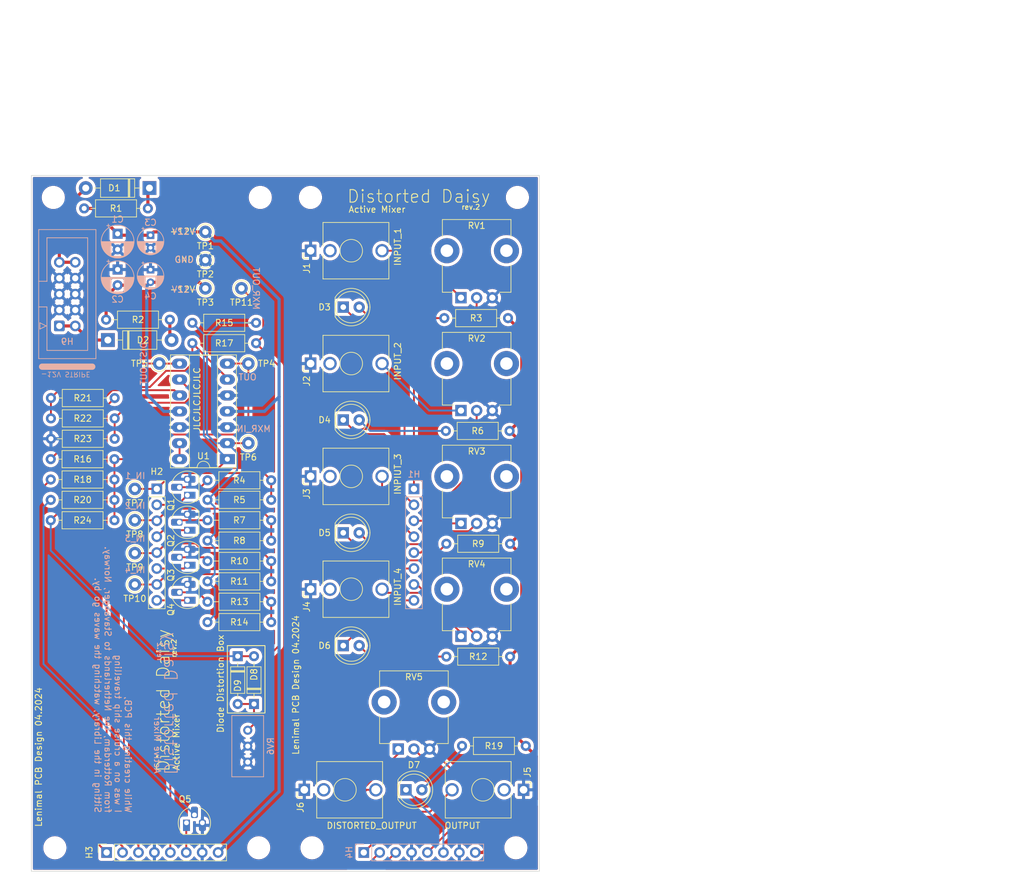
<source format=kicad_pcb>
(kicad_pcb (version 20240108) (generator "pcbnew") (generator_version "8.0")
  (layers (0 "F.Cu" signal) (31 "B.Cu" signal) (34 "B.Paste" user) (35 "F.Paste" user) (36 "B.SilkS" user "B.Silkscreen") (37 "F.SilkS" user "F.Silkscreen") (38 "B.Mask" user) (39 "F.Mask" user) (44 "Edge.Cuts" user))
  (net 0 "")
  (net 1 "+12V")
  (net 2 "GNDREF")
  (net 3 "-12V")
  (net 4 "Net-(D3-A)")
  (net 5 "Net-(D4-A)")
  (net 6 "Net-(D5-A)")
  (net 7 "Net-(D6-A)")
  (net 8 "Net-(D7-A)")
  (net 9 "Net-(J1-PadT)")
  (net 11 "Net-(J2-PadT)")
  (net 12 "Net-(J3-PadT)")
  (net 13 "Net-(J4-PadT)")
  (net 16 "Net-(D3-K)")
  (net 17 "Net-(Q1-B)")
  (net 18 "Net-(D4-K)")
  (net 19 "Net-(Q2-B)")
  (net 20 "Net-(D5-K)")
  (net 21 "Net-(Q3-B)")
  (net 22 "Net-(D6-K)")
  (net 23 "Net-(Q4-B)")
  (net 24 "Net-(D7-K)")
  (net 25 "Net-(Q5-B)")
  (net 26 "Net-(U1A--)")
  (net 27 "Net-(U1B--)")
  (net 29 "Net-(H1A-Pin_1)")
  (net 31 "Net-(H1C-Pin_3)")
  (net 32 "Net-(H1E-Pin_5)")
  (net 33 "Net-(H1G-Pin_7)")
  (net 34 "Net-(H2C-Pin_3)")
  (net 35 "Net-(H2A-Pin_3)")
  (net 36 "Net-(U1D--)")
  (net 37 "Net-(H2E-Pin_5)")
  (net 38 "Net-(H2G-Pin_7)")
  (net 39 "Net-(H4B-Pin_2)")
  (net 40 "Net-(D1-K)")
  (net 41 "Net-(D1-A)")
  (net 42 "Net-(D2-K)")
  (net 43 "Net-(D2-A)")
  (net 45 "Net-(U1C--)")
  (net 46 "Net-(R21-Pad2)")
  (net 47 "Net-(D8-A)")
  (net 48 "Net-(R16-Pad1)")
  (net 49 "Net-(H4A-Pin_3)")
  (net 50 "Net-(H4E-Pin_5)")
  (net 51 "Net-(H4C-Pin_3)")
  (net 52 "Net-(D8-K)")
  (net 53 "Net-(H3C-Pin_3)")
  (net 54 "Net-(H3F-Pin_6)")
  (net 55 "Net-(H3B-Pin_2)")
  (net 56 "Net-(H3E-Pin_5)")
  (net 57 "Net-(H3A-Pin_1)")
  (net 58 "Net-(H2D-Pin_4)")
  (net 59 "Net-(H2H-Pin_8)")
  (net 60 "Net-(H2F-Pin_6)")
  (net 61 "Net-(H2B-Pin_2)")
  (footprint "Synth:R_Default (DIN0207)" (layer "F.Cu") (at 78.113334 111.5)
    (property "Reference" "R10")
    (property "Value" "100K")
  )
  (footprint "Package_TO_SOT_THT:TO-92_HandSolder" (layer "F.Cu") (at 74.73 153.27)
    (property "Reference" "Q5")
    (property "Value" "BC547")
  )
  (footprint "Synth:R_Default (DIN0207)" (layer "F.Cu") (at 78.113334 105)
    (property "Reference" "R7")
    (property "Value" "100K")
  )
  (footprint "Synth:R_Default (DIN0207)" (layer "F.Cu") (at 78.113334 101.75)
    (property "Reference" "R5")
    (property "Value" "100K")
  )
  (footprint "Synth:LED_D5.0mm (center Aligned)" (layer "F.Cu") (at 101 125)
    (property "Reference" "D6")
    (property "Value" "RED_IN_4_20mA")
  )
  (footprint "Synth:LED_D5.0mm (center Aligned)" (layer "F.Cu") (at 111 148)
    (property "Reference" "D7")
    (property "Value" "YELLOW_OUT_20mA")
  )
  (footprint "Synth:LED_D5.0mm (center Aligned)" (layer "F.Cu") (at 101 89)
    (property "Reference" "D4")
    (property "Value" "RED_IN_2_20mA")
  )
  (footprint "Synth:Jack_3.5mm_QingPu_WQP-PJ398SM_Vertical_CircularHoles" (layer "F.Cu") (at 100 148 90)
    (property "Reference" "J6")
    (property "Value" "DIST_OUT")
  )
  (footprint "Synth:R_Default (DIN0207)" (layer "F.Cu") (at 78.113334 121.25)
    (property "Reference" "R14")
    (property "Value" "100K")
  )
  (footprint "Synth:R_Default (DIN0207)" (layer "F.Cu") (at 75.7 73.5)
    (property "Reference" "R15")
    (property "Value" "100K")
  )
  (footprint "Synth:R_Default (DIN0207)" (layer "F.Cu") (at 63.25 92 180)
    (property "Reference" "R23")
    (property "Value" "27K")
  )
  (footprint "Synth:D_DO-35_SOD27_P7.62mm_Horizontal" (layer "F.Cu") (at 85.5 134.31 90)
    (property "Reference" "D8")
    (property "Value" "1N4148")
  )
  (footprint "MountingHole:MountingHole_3.2mm_M3" (layer "F.Cu") (at 86.5 53.5)
    (property "Reference" "H11" (hide yes))
    (property "Value" "MountingHole")
  )
  (footprint "Synth:R_Default (DIN0207)" (layer "F.Cu") (at 63.22 95.25 180)
    (property "Reference" "R16")
    (property "Value" "100K")
  )
  (footprint "Package_DIP:DIP-14_W7.62mm_Socket_LongPads" (layer "F.Cu") (at 81.25 95.25 180)
    (property "Reference" "U1")
    (property "Value" "TL074")
  )
  (footprint "Synth:Potentiometer_TT_P0915N" (layer "F.Cu") (at 121 116)
    (property "Reference" "RV4")
    (property "Value" "B100K")
  )
  (footprint "Synth:Jack_3.5mm_QingPu_WQP-PJ398SM_Vertical_CircularHoles" (layer "F.Cu") (at 101 62 90)
    (property "Reference" "J1")
    (property "Value" "INPUT_1")
  )
  (footprint "MountingHole:MountingHole_3.2mm_M3" (layer "F.Cu") (at 53.5 53.5)
    (property "Reference" "H5" (hide yes))
    (property "Value" "MountingHole")
  )
  (footprint "Package_TO_SOT_THT:TO-92_HandSolder" (layer "F.Cu") (at 74.876666 112.18 90)
    (property "Reference" "Q3")
    (property "Value" "BC547")
  )
  (footprint "Synth:R_Default (DIN0207)" (layer "F.Cu") (at 75.7 76.75)
    (property "Reference" "R17")
    (property "Value" "100K")
  )
  (footprint "Connector_Pin:Pin_D1.0mm_L10.0mm" (layer "F.Cu") (at 66.5 100)
    (property "Reference" "TP7")
    (property "Value" "IN_1")
  )
  (footprint "Synth:Jack_3.5mm_QingPu_WQP-PJ398SM_Vertical_CircularHoles" (layer "F.Cu") (at 122 148 -90)
    (property "Reference" "J5")
    (property "Value" "OUTPUT")
  )
  (footprint "Connector_Pin:Pin_D1.0mm_L10.0mm" (layer "F.Cu") (at 66.5 105)
    (property "Reference" "TP8")
    (property "Value" "IN_2")
  )
  (footprint "MountingHole:MountingHole_3.2mm_M3" (layer "F.Cu") (at 127.25 157.25)
    (property "Reference" "H12" (hide yes))
    (property "Value" "MountingHole")
  )
  (footprint "Synth:Jack_3.5mm_QingPu_WQP-PJ398SM_Vertical_CircularHoles" (layer "F.Cu") (at 101 80 90)
    (property "Reference" "J2")
    (property "Value" "INPUT_2")
  )
  (footprint "Connector_Pin:Pin_D1.0mm_L10.0mm" (layer "F.Cu") (at 70.4 80)
    (property "Reference" "TP5")
    (property "Value" "DIST_OUT")
  )
  (footprint "Synth:R_Default (DIN0207)" (layer "F.Cu") (at 53.12 98.5)
    (property "Reference" "R18")
    (property "Value" "1K")
  )
  (footprint "Synth:R_Default (DIN0207)" (layer "F.Cu") (at 53.12 105)
    (property "Reference" "R24")
    (property "Value" "100K")
  )
  (footprint "Package_TO_SOT_THT:TO-92_HandSolder" (layer "F.Cu") (at 74.87 101 90)
    (property "Reference" "Q1")
    (property "Value" "BC547")
  )
  (footprint "Synth:R_Default (DIN0207)" (layer "F.Cu") (at 116.2 108.75)
    (property "Reference" "R9")
    (property "Value" "680R")
  )
  (footprint "Connector_Pin:Pin_D1.0mm_L10.0mm" (layer "F.Cu") (at 77.75 63.5)
    (property "Reference" "TP2")
    (property "Value" "GND")
  )
  (footprint "Connector_Pin:Pin_D1.0mm_L10.0mm" (layer "F.Cu") (at 77.75 59)
    (property "Reference" "TP1")
    (property "Value" "+12V")
  )
  (footprint "Synth:R_Default (DIN0207)" (layer "F.Cu") (at 53.15 88.75)
    (property "Reference" "R22")
    (property "Value" "100K")
  )
  (footprint "Synth:D_DO-41_SOD81_P10.16mm_Horizontal" (layer "F.Cu") (at 68.78 52 180)
    (property "Reference" "D1")
    (property "Value" "1N5819")
  )
  (footprint "Synth:R_Default (DIN0207)" (layer "F.Cu") (at 63.25 85.5 180)
    (property "Reference" "R21")
    (property "Value" "1K")
  )
  (footprint "Synth:Jack_3.5mm_QingPu_WQP-PJ398SM_Vertical_CircularHoles" (layer "F.Cu") (at 101 98 90)
    (property "Reference" "J3")
    (property "Value" "INPUT_3")
  )
  (footprint "Synth:R_Default (DIN0207)" (layer "F.Cu") (at 53.12 101.75)
    (property "Reference" "R20")
    (property "Value" "100K")
  )
  (footprint "Connector_Pin:Pin_D1.0mm_L10.0mm" (layer "F.Cu") (at 84.6 80)
    (property "Reference" "TP4")
    (property "Value" "OUT")
  )
  (footprint "Synth:LED_D5.0mm (center Aligned)" (layer "F.Cu") (at 101 71)
    (property "Reference" "D3")
    (property "Value" "RED_IN_1_20mA")
  )
  (footprint "MountingHole:MountingHole_3.2mm_M3" (layer "F.Cu") (at 53.75 157.25)
    (property "Reference" "H6" (hide yes))
    (property "Value" "MountingHole")
  )
  (footprint "Synth:Potentiometer_TT_P0915N" (layer "F.Cu") (at 121 80)
    (property "Reference" "RV2")
    (property "Value" "B100K")
  )
  (footprint "Synth:LED_D5.0mm (center Aligned)" (layer "F.Cu") (at 101 107)
    (property "Reference" "D5")
    (property "Value" "RED_IN_3_20mA")
  )
  (footprint "MountingHole:MountingHole_3.2mm_M3" (layer "F.Cu") (at 127.5 53.5)
    (property "Reference" "H10" (hide yes))
    (property "Value" "MountingHole")
  )
  (footprint "Connector_Pin:Pin_D1.0mm_L10.0mm" (layer "F.Cu") (at 77.75 68)
    (property "Reference" "TP3")
    (property "Value" "-12V")
  )
  (footprint "Synth:R_Default (DIN0207)" (layer "F.Cu") (at 116.2 126.75)
    (property "Reference" "R12")
    (property "Value" "680R")
  )
  (footprint "Connector_Pin:Pin_D1.0mm_L10.0mm" (layer "F.Cu") (at 83.5 68)
    (property "Reference" "TP11")
    (property "Value" "MXR_OUT")
  )
  (footprint "Synth:R_Default (DIN0207)" (layer "F.Cu") (at 116.12 90.75)
    (property "Reference" "R6")
    (property "Value" "680R")
  )
  (footprint "Synth:Potentiometer_TT_P0915N" (layer "F.Cu") (at 121 98)
    (property "Reference" "RV3")
    (property "Value" "B100K")
  )
  (footprint "MountingHole:MountingHole_3.2mm_M3" (layer "F.Cu") (at 94.5 53.5)
    (property "Reference" "H7" (hide yes))
    (property "Value" "MountingHole")
  )
  (footprint "Synth:R_Default (DIN0207)" (layer "F.Cu") (at 78.113334 118)
    (property "Reference" "R13")
    (property "Value" "100K")
  )
  (footprint "Synth:R_Default (DIN0207)" (layer "F.Cu") (at 78.113334 108.25)
    (property "Reference" "R8")
    (property "Value" "100K")
  )
  (footprint "Synth:R_Default (DIN0207)" (layer "F.Cu") (at 118.7 141)
    (property "Reference" "R19")
    (property "Value" "680R")
  )
  (footprint "MountingHole:MountingHole_3.2mm_M3" (layer "F.Cu") (at 86.25 157.25)
    (property "Reference" "H13" (hide yes))
    (property "Value" "MountingHole")
  )
  (footprint "Connector_Pin:Pin_D1.0mm_L10.0mm" (layer "F.Cu") (at 66.5 115.25)
    (property "Reference" "TP10")
    (property "Value" "IN_4")
  )
  (footprint "Synth:Jack_3.5mm_QingPu_WQP-PJ398SM_Vertical_CircularHoles" (layer "F.Cu") (at 101 116 90)
    (property "Reference" "J4")
    (property "Value" "INPUT_4")
  )
  (footprint "Synth:R_Default (DIN0207)" (layer "F.Cu") (at 78.113334 98.625)
    (property "Reference" "R4")
    (property "Value" "100K")
  )
  (footprint "Synth:R_Default (DIN0207)" (layer "F.Cu") (at 61.95 73)
    (property "Reference" "R2")
    (property "Value" "10R")
  )
  (footprint "Synth:D_DO-41_SOD81_P10.16mm_Horizontal" (layer "F.Cu") (at 62.25 76.25)
    (property "Reference" "D2")
    (property "Value" "1N5819")
  )
  (footprint "Synth:PinSocket_1x08_P2.54mm_Vertical" (layer "F.Cu") (at 62 158 90)
    (property "Reference" "H3")
    (property "Value" "~")
  )
  (footprint "Synth:PinSocket_1x08_P2.54mm_Vertical" (layer "F.Cu") (at 70 100)
    (property "Reference" "H2")
    (property "Value" "~")
  )
  (footprint "Synth:R_Default (DIN0207)" (layer "F.Cu") (at 115.87 72.75)
    (property "Reference" "R3")
    (property "Value" "680R")
  )
  (footprint "Connector_Pin:Pin_D1.0mm_L10.0mm" (layer "F.Cu") (at 66.5 110.25)
    (property "Reference" "TP9")
    (property "Value" "IN_3")
  )
  (footprint "Synth:R_Default (DIN0207)" (layer "F.Cu") (at 78.113334 114.75)
    (property "Reference" "R11")
    (property "Value" "100K")
  )
  (footprint "MountingHole:MountingHole_3.2mm_M3" (layer "F.Cu") (at 94.75 157.25)
    (property "Reference" "H8" (hide yes))
    (property "Value" "MountingHole")
  )
  (footprint "Synth:Potentiometer_TT_P0915N" (layer "F.Cu") (at 111 134)
    (property "Reference" "RV5")
    (property "Value" "B100K")
  )
  (footprint "Synth:D_DO-35_SOD27_P7.62mm_Horizontal" (layer "F.Cu") (at 82.9 126.69 -90)
    (property "Reference" "D9")
    (property "Value" "1N4148")
  )
  (footprint "Package_TO_SOT_THT:TO-92_HandSolder" (layer "F.Cu") (at 74.883332 117.77 90)
    (property "Reference" "Q4")
    (property "Value" "BC547")
  )
  (footprint "Synth:R_Default (DIN0207)" (layer "F.Cu") (at 58.45 55.25)
    (property "Reference" "R1")
    (property "Value" "10R")
  )
  (footprint "Package_TO_SOT_THT:TO-92_HandSolder" (layer "F.Cu") (at 74.863334 106.59 90)
    (property "Reference" "Q2")
    (property "Value" "BC547")
  )
  (footprint "Synth:Potentiometer_TT_P0915N" (layer "F.Cu") (at 121 62)
    (property "Reference" "RV1")
    (property "Value" "B100K")
  )
  (footprint "Connector_Pin:Pin_D1.0mm_L10.0mm" (layer "F.Cu") (at 84.6 92.7)
    (property "Reference" "TP6")
    (property "Value" "MXR_IN")
  )
  (footprint "Capacitor_THT:CP_Radial_D4.0mm_P2.00mm" (layer "B.Cu") (at 69 59.527401 -90)
    (property "Reference" "C3")
    (property "Value" "0.1uF")
  )
  (footprint "Capacitor_THT:CP_Radial_D5.0mm_P2.50mm" (layer "B.Cu") (at 63.75 59.294888 -90)
    (property "Reference" "C1")
    (property "Value" "47uF")
  )
  (footprint "Capacitor_THT:CP_Radial_D4.0mm_P2.00mm" (layer "B.Cu") (at 69 65.027401 -90)
    (property "Reference" "C4")
    (property "Value" "0.1uF")
  )
  (footprint "Synth:PinHeader_1x08_P2.54mm_Vertical" (layer "B.Cu") (at 103 158 -90)
    (property "Reference" "H4")
    (property "Value" "~")
  )
  (footprint "Capacitor_THT:CP_Radial_D5.0mm_P2.50mm" (layer "B.Cu") (at 63.75 65 -90)
    (property "Reference" "C2")
    (property "Value" "47uF")
  )
  (footprint "Synth:IDC-Header_2x05_P2.54mm_Vertical" (layer "B.Cu") (at 54.46 74)
    (property "Reference" "H9")
    (property "Value" "Conn_02x05_PWR_Eurorack")
  )
  (footprint "Potentiometer_THT:Potentiometer_Bourns_3296W_Vertical" (layer "B.Cu") (at 84.5 138.5 90)
    (property "Reference" "RV6")
    (property "Value" "B20K")
  )
  (footprint "Synth:PinHeader_1x08_P2.54mm_Vertical" (layer "B.Cu") (at 111 100 180)
    (property "Reference" "H1")
    (property "Value" "~")
  )
  (gr_rect (start 81.25 125) (end 87.25 135.75) (stroke (width 0.15)) (fill none) (layer "F.SilkS"))
  (gr_rect (start 50 50) (end 131 161) (stroke (width 0.1)) (fill none) (layer "Edge.Cuts"))
  (gr_text "IN_2" (at 68.25 103.25 0) (layer "B.SilkS") (effects (font (size 1 1)) (justify left bottom mirror)))
  (gr_text "MXR_OUT" (at 85.25 71.5 -90) (layer "B.SilkS") (effects (font (size 1 1)) (justify left bottom mirror)))
  (gr_text "Distorted Daisy" (at 71 145.75 -90) (layer "B.SilkS") (effects (font (size 2 2)) (justify left bottom mirror)))
  (gr_text "OUT" (at 86 82.75 0) (layer "B.SilkS") (effects (font (size 1 1)) (justify left bottom mirror)))
  (gr_text "DIST_OUT" (at 68.5 76.5 90) (layer "B.SilkS") (effects (font (size 1 1)) (justify left bottom mirror)))
  (gr_text "MXR_IN" (at 88.25 91 0) (layer "B.SilkS") (effects (font (size 1 1)) (justify left bottom mirror)))
  (gr_text "GND" (at 76 64 0) (layer "B.SilkS") (effects (font (size 1 1)) (justify left bottom mirror)))
  (gr_text "+12V" (at 76.5 59.5 0) (layer "B.SilkS") (effects (font (size 1 1)) (justify left bottom mirror)))
  (gr_text "IN_4" (at 68.25 113.5 0) (layer "B.SilkS") (effects (font (size 1 1)) (justify left bottom mirror)))
  (gr_text "IN_3" (at 68.25 108.5 0) (layer "B.SilkS") (effects (font (size 1 1)) (justify left bottom mirror)))
  (gr_text "rev.2" (at 70 127.5 -90) (layer "B.SilkS") (effects (font (size 0.8 0.8)) (justify left bottom mirror)))
  (gr_text "IN_1" (at 68.25 98.5 0) (layer "B.SilkS") (effects (font (size 1 1)) (justify left bottom mirror)))
  (gr_text "-12V" (at 76.5 68.75 0) (layer "B.SilkS") (effects (font (size 1 1)) (justify left bottom mirror)))
  (gr_text "Active Mixer" (at 69.5 145.5 -90) (layer "B.SilkS") (effects (font (size 1 1)) (justify left bottom mirror)))
  (gr_text "While creating this PCB, \nI was on a cruise ship travelling\nfrom Rotterdam, the Netherlands to Stavanger, Norway.\nSitting in the Library, watching the waves go by." (at 60 151.75 -90) (layer "B.SilkS") (effects (font (size 1 1)) (justify left bottom mirror)))
  (gr_text "DISTORTED_OUTPUT" (at 97 154.3 0) (layer "F.SilkS") (effects (font (size 1 1)) (justify left bottom)))
  (gr_text "JLCJLCJLCJLC" (at 77 91 90) (layer "F.SilkS") (effects (font (size 1 1)) (justify left bottom)))
  (gr_text "+12V" (at 72 59.5 0) (layer "F.SilkS") (effects (font (size 1 1)) (justify left bottom)))
  (gr_text "INPIUT_3" (at 109 101 90) (layer "F.SilkS") (effects (font (size 1 1)) (justify left bottom)))
  (gr_text "Active Mixer" (at 100.5 56 0) (layer "F.SilkS") (effects (font (size 1 1)) (justify left bottom)))
  (gr_text "Lenimal PCB Design 04.2024" (at 92.75 142.5 90) (layer "F.SilkS") (effects (font (size 1 1)) (justify left bottom)))
  (gr_text "rev.2" (at 73.2035 127 90) (layer "F.SilkS") (effects (font (size 0.8 0.8)) (justify left bottom)))
  (gr_text "INPUT_4" (at 109 118.75 90) (layer "F.SilkS") (effects (font (size 1 1)) (justify left bottom)))
  (gr_text "INPUT_1" (at 109 64.5 90) (layer "F.SilkS") (effects (font (size 1 1)) (justify left bottom)))
  (gr_text "rev.2" (at 118.5 55.5 0) (layer "F.SilkS") (effects (font (size 0.8 0.8)) (justify left bottom)))
  (gr_text "GND" (at 72.75 64 0) (layer "F.SilkS") (effects (font (size 1 1)) (justify left bottom)))
  (gr_text "INPUT_2" (at 109 82.75 90) (layer "F.SilkS") (effects (font (size 1 1)) (justify left bottom)))
  (gr_text "Lenimal PCB Design 04.2024" (at 51.75 154 90) (layer "F.SilkS") (effects (font (size 1 1)) (justify left bottom)))
  (gr_text "Active Mixer" (at 73.7035 145 90) (layer "F.SilkS") (effects (font (size 1 1)) (justify left bottom)))
  (gr_text "Distorted Daisy" (at 100.25 54.5 0) (layer "F.SilkS") (effects (font (size 2 2)) (justify left bottom)))
  (gr_text "-12V" (at 72 68.75 0) (layer "F.SilkS") (effects (font (size 1 1)) (justify left bottom)))
  (gr_text "Distorted Daisy" (at 72.2035 145.25 90) (layer "F.SilkS") (effects (font (size 2 2)) (justify left bottom)))
  (gr_text "Diode Distortion Box" (at 80.75 139 90) (layer "F.SilkS") (effects (font (size 1 1)) (justify left bottom)))
  (gr_text "OUTPUT" (at 115.8 154.3 0) (layer "F.SilkS") (effects (font (size 1 1)) (justify left bottom)))
  (segment (start 130.5 149.482081) (end 130.5 142.67) (width 0.5) (layer "F.Cu") (net 1))
  (segment (start 69.527401 59) (end 69 59.527401) (width 0.5) (layer "F.Cu") (net 1))
  (segment (start 63.982513 59.527401) (end 63.75 59.294888) (width 0.5) (layer "F.Cu") (net 1))
  (segment (start 128.2 88.8) (end 126.25 90.75) (width 0.5) (layer "F.Cu") (net 1))
  (segment (start 126.33 126.75) (end 126.33 138.5) (width 0.5) (layer "F.Cu") (net 1))
  (segment (start 128.2 106.88) (end 126.33 108.75) (width 0.5) (layer "F.Cu") (net 1))
  (segment (start 126.33 108.75) (end 128.2 110.62) (width 0.5) (layer "F.Cu") (net 1))
  (segment (start 126.25 90.75) (end 128.2 92.7) (width 0.5) (layer "F.Cu") (net 1))
  (segment (start 128.2 92.7) (end 128.2 106.88) (width 0.5) (layer "F.Cu") (net 1))
  (segment (start 77.75 59) (end 69.527401 59) (width 0.5) (layer "F.Cu") (net 1))
  (segment (start 128.2 74.95) (end 128.2 88.8) (width 0.5) (layer "F.Cu") (net 1))
  (segment (start 59.705112 55.25) (end 58.42 55.25) (width 0.5) (layer "F.Cu") (net 1))
  (segment (start 120.78 158) (end 121.982081 158) (width 0.5) (layer "F.Cu") (net 1))
  (segment (start 63.75 59.294888) (end 59.705112 55.25) (width 0.5) (layer "F.Cu") (net 1))
  (segment (start 130.5 142.67) (end 128.83 141) (width 0.5) (layer "F.Cu") (net 1))
  (segment (start 126 72.75) (end 128.2 74.95) (width 0.5) (layer "F.Cu") (net 1))
  (segment (start 69 59.527401) (end 63.982513 59.527401) (width 0.5) (layer "F.Cu") (net 1))
  (segment (start 121.982081 158) (end 130.5 149.482081) (width 0.5) (layer "F.Cu") (net 1))
  (segment (start 128.2 110.62) (end 128.2 124.88) (width 0.5) (layer "F.Cu") (net 1))
  (segment (start 128.2 124.88) (end 126.33 126.75) (width 0.5) (layer "F.Cu") (net 1))
  (segment (start 126.33 138.5) (end 128.83 141) (width 0.5) (layer "F.Cu") (net 1))
  (segment (start 89.5 69.75) (end 89.5 85.3) (width 0.5) (layer "B.Cu") (net 1))
  (segment (start 81.25 87.63) (end 87.17 87.63) (width 0.5) (layer "B.Cu") (net 1))
  (segment (start 89.5 85.3) (end 89.5 90) (width 0.5) (layer "B.Cu") (net 1))
  (segment (start 87.17 87.63) (end 89.5 85.3) (width 0.5) (layer "B.Cu") (net 1))
  (segment (start 79.2 60.45) (end 80.2 60.45) (width 0.5) (layer "B.Cu") (net 1))
  (segment (start 89.5 90) (end 89.5 148.28) (width 0.5) (layer "B.Cu") (net 1))
  (segment (start 80.2 60.45) (end 89.5 69.75) (width 0.5) (layer "B.Cu") (net 1))
  (segment (start 89.5 148.28) (end 79.78 158) (width 0.5) (layer "B.Cu") (net 1))
  (segment (start 77.75 59) (end 79.2 60.45) (width 0.5) (layer "B.Cu") (net 1))
  (segment (start 69 67.027401) (end 76.777401 67.027401) (width 0.5) (layer "F.Cu") (net 3))
  (segment (start 61.92 69.33) (end 63.75 67.5) (width 0.5) (layer "F.Cu") (net 3))
  (segment (start 61.92 73) (end 61.92 69.33) (width 0.5) (layer "F.Cu") (net 3))
  (segment (start 76.777401 67.027401) (end 77.75 68) (width 0.5) (layer "F.Cu") (net 3))
  (segment (start 68.527401 67.5) (end 69 67.027401) (width 0.5) (layer "F.Cu") (net 3))
  (segment (start 63.75 67.5) (end 68.527401 67.5) (width 0.5) (layer "F.Cu") (net 3))
  (segment (start 69 67.027401) (end 68.4 67.627401) (width 0.5) (layer "B.Cu") (net 3))
  (segment (start 68.4 84.9) (end 71.13 87.63) (width 0.5) (layer "B.Cu") (net 3))
  (segment (start 68.4 67.627401) (end 68.4 84.9) (width 0.5) (layer "B.Cu") (net 3))
  (segment (start 71.13 87.63) (end 73.63 87.63) (width 0.5) (layer "B.Cu") (net 3))
  (segment (start 104.02 72.75) (end 102.27 71) (width 0.3) (layer "F.Cu") (net 4))
  (segment (start 115.84 72.75) (end 104.02 72.75) (width 0.3) (layer "F.Cu") (net 4))
  (segment (start 104.02 90.75) (end 102.27 89) (width 0.3) (layer "B.Cu") (net 5))
  (segment (start 116.09 90.75) (end 104.02 90.75) (width 0.3) (layer "B.Cu") (net 5))
  (segment (start 113.52 111.4) (end 116.17 108.75) (width 0.3) (layer "F.Cu") (net 6))
  (segment (start 106.67 111.4) (end 113.52 111.4) (width 0.3) (layer "F.Cu") (net 6))
  (segment (start 102.27 107) (end 106.67 111.4) (width 0.3) (layer "F.Cu") (net 6))
  (segment (start 104.02 126.75) (end 102.27 125) (width 0.3) (layer "F.Cu") (net 7))
  (segment (start 116.17 126.75) (end 104.02 126.75) (width 0.3) (layer "F.Cu") (net 7))
  (segment (start 112.27 148) (end 118.67 141.6) (width 0.3) (layer "B.Cu") (net 8))
  (segment (start 118.67 141.6) (end 118.67 141) (width 0.3) (layer "B.Cu") (net 8))
  (segment (start 105.92 62) (end 111 62) (width 0.3) (layer "F.Cu") (net 9))
  (segment (start 111 62) (end 118.5 69.5) (width 0.3) (layer "F.Cu") (net 9))
  (segment (start 118.5 87.5) (end 113.42 87.5) (width 0.3) (layer "B.Cu") (net 11))
  (segment (start 113.42 87.5) (end 105.92 80) (width 0.3) (layer "B.Cu") (net 11))
  (segment (start 108.57 108.82) (end 105.92 106.17) (width 0.3) (layer "F.Cu") (net 12))
  (segment (start 116.042894 105.5) (end 112.722894 108.82) (width 0.3) (layer "F.Cu") (net 12))
  (segment (start 105.92 106.17) (end 105.92 98) (width 0.3) (layer "F.Cu") (net 12))
  (segment (start 112.722894 108.82) (end 108.57 108.82) (width 0.3) (layer "F.Cu") (net 12))
  (segment (start 118.5 105.5) (end 116.042894 105.5) (width 0.3) (layer "F.Cu") (net 12))
  (segment (start 118.5 122.957106) (end 118.5 123.5) (width 0.3) (layer "F.Cu") (net 13))
  (segment (start 112.122894 116.58) (end 118.5 122.957106) (width 0.3) (layer "F.Cu") (net 13))
  (segment (start 106.5 116.58) (end 112.122894 116.58) (width 0.3) (layer "F.Cu") (net 13))
  (segment (start 105.92 116) (end 106.5 116.58) (width 0.3) (layer "F.Cu") (net 13))
  (segment (start 104 75.27) (end 99.73 71) (width 0.3) (layer "F.Cu") (net 16))
  (segment (start 109.5 101.04) (end 109.5 87) (width 0.3) (layer "F.Cu") (net 16))
  (segment (start 111 102.54) (end 109.5 101.04) (width 0.3) (layer "F.Cu") (net 16))
  (segment (start 109.5 87) (end 104 81.5) (width 0.3) (layer "F.Cu") (net 16))
  (segment (start 104 81.5) (end 104 75.27) (width 0.3) (layer "F.Cu") (net 16))
  (segment (start 78.083334 98.625) (end 76.978334 99.73) (width 0.3) (layer "F.Cu") (net 17))
  (segment (start 76.978334 99.73) (end 73.6 99.73) (width 0.3) (layer "F.Cu") (net 17))
  (segment (start 111 107.62) (end 109 105.62) (width 0.3) (layer "F.Cu") (net 18))
  (segment (start 101.98 91.25) (end 99.73 89) (width 0.3) (layer "F.Cu") (net 18))
  (segment (start 106.25 91.25) (end 101.98 91.25) (width 0.3) (layer "F.Cu") (net 18))
  (segment (start 109 94) (end 106.25 91.25) (width 0.3) (layer "F.Cu") (net 18))
  (segment (start 109 105.62) (end 109 94) (width 0.3) (layer "F.Cu") (net 18))
  (segment (start 73.913334 105) (end 73.593334 105.32) (width 0.3) (layer "F.Cu") (net 19))
  (segment (start 78.083334 105) (end 73.913334 105) (width 0.3) (layer "F.Cu") (net 19))
  (segment (start 105.43 112.7) (end 99.73 107) (width 0.3) (layer "F.Cu") (net 20))
  (segment (start 111 112.7) (end 105.43 112.7) (width 0.3) (layer "F.Cu") (net 20))
  (segment (start 77.493334 110.91) (end 73.606666 110.91) (width 0.3) (layer "F.Cu") (net 21))
  (segment (start 78.083334 111.5) (end 77.493334 110.91) (width 0.3) (layer "F.Cu") (net 21))
  (segment (start 106.95 117.78) (end 111 117.78) (width 0.3) (layer "F.Cu") (net 22))
  (segment (start 99.73 125) (end 106.95 117.78) (width 0.3) (layer "F.Cu") (net 22))
  (segment (start 78.083334 118) (end 76.583334 116.5) (width 0.3) (layer "F.Cu") (net 23))
  (segment (start 76.583334 116.5) (end 73.613332 116.5) (width 0.3) (layer "F.Cu") (net 23))
  (segment (start 115.7 153.97) (end 109.73 148) (width 0.3) (layer "B.Cu") (net 24))
  (segment (start 115.7 158) (end 115.7 153.97) (width 0.3) (layer "B.Cu") (net 24))
  (segment (start 53.09 101.75) (end 51.94 102.9) (width 0.3) (layer "B.Cu") (net 25))
  (segment (start 51.94 127.94) (end 76 152) (width 0.3) (layer "B.Cu") (net 25))
  (segment (start 51.94 102.9) (end 51.94 127.94) (width 0.3) (layer "B.Cu") (net 25))
  (segment (start 81.25 92.71) (end 84.59 92.71) (width 0.3) (layer "F.Cu") (net 26))
  (segment (start 84.59 92.71) (end 84.6 92.7) (width 0.3) (layer "F.Cu") (net 26))
  (segment (start 79.233334 115.9) (end 79.233334 120.1) (width 0.3) (layer "B.Cu") (net 26))
  (segment (start 79.233334 120.1) (end 78.083334 121.25) (width 0.3) (layer "B.Cu") (net 26))
  (segment (start 79.233334 107.1) (end 78.083334 108.25) (width 0.3) (layer "B.Cu") (net 26))
  (segment (start 85.83 73.5) (end 80 73.5) (width 0.3) (layer "B.Cu") (net 26))
  (segment (start 79.233334 102.9) (end 79.233334 107.1) (width 0.3) (layer "B.Cu") (net 26))
  (segment (start 78.083334 114.75) (end 79.233334 115.9) (width 0.3) (layer "B.Cu") (net 26))
  (segment (start 79.233334 109.4) (end 79.233334 113.6) (width 0.3) (layer "B.Cu") (net 26))
  (segment (start 78.083334 101.75) (end 79.233334 102.9) (width 0.3) (layer "B.Cu") (net 26))
  (segment (start 82.8 97.033334) (end 78.083334 101.75) (width 0.3) (layer "B.Cu") (net 26))
  (segment (start 80 73.5) (end 78 75.5) (width 0.3) (layer "B.Cu") (net 26))
  (segment (start 79.417106 92.71) (end 81.25 92.71) (width 0.3) (layer "B.Cu") (net 26))
  (segment (start 79.233334 113.6) (end 78.083334 114.75) (width 0.3) (layer "B.Cu") (net 26))
  (segment (start 78 75.5) (end 78 91.292894) (width 0.3) (layer "B.Cu") (net 26))
  (segment (start 78.083334 108.25) (end 79.233334 109.4) (width 0.3) (layer "B.Cu") (net 26))
  (segment (start 82.8 94.26) (end 82.8 97.033334) (width 0.3) (layer "B.Cu") (net 26))
  (segment (start 78 91.292894) (end 79.417106 92.71) (width 0.3) (layer "B.Cu") (net 26))
  (segment (start 81.25 92.71) (end 82.8 94.26) (width 0.3) (layer "B.Cu") (net 26))
  (segment (start 75.67 79.996346) (end 74.506346 81.16) (width 0.3) (layer "F.Cu") (net 27))
  (segment (start 74.506346 81.16) (end 71.48 81.16) (width 0.3) (layer "F.Cu") (net 27))
  (segment (start 71.48 81.16) (end 68.89 83.75) (width 0.3) (layer "F.Cu") (net 27))
  (segment (start 75.67 76.75) (end 75.67 79.996346) (width 0.3) (layer "F.Cu") (net 27))
  (segment (start 81.25 82.55) (end 81.25 82.33) (width 0.3) (layer "F.Cu") (net 27))
  (segment (start 55 86) (end 55 93.34) (width 0.3) (layer "F.Cu") (net 27))
  (segment (start 57.25 83.75) (end 55 86) (width 0.3) (layer "F.Cu") (net 27))
  (segment (start 55 93.34) (end 53.09 95.25) (width 0.3) (layer "F.Cu") (net 27))
  (segment (start 68.89 83.75) (end 57.25 83.75) (width 0.3) (layer "F.Cu") (net 27))
  (segment (start 81.25 82.33) (end 75.67 76.75) (width 0.3) (layer "F.Cu") (net 27))
  (segment (start 111 100) (end 111 80.875) (width 0.3) (layer "F.Cu") (net 29))
  (segment (start 111 80.875) (end 121 70.875) (width 0.3) (layer "F.Cu") (net 29))
  (segment (start 121 70.875) (end 121 69.5) (width 0.3) (layer "F.Cu") (net 29))
  (segment (start 112.493402 105.08) (end 121 96.573402) (width 0.3) (layer "F.Cu") (net 31))
  (segment (start 111 105.08) (end 112.493402 105.08) (width 0.3) (layer "F.Cu") (net 31))
  (segment (start 121 96.573402) (end 121 87.5) (width 0.3) (layer "F.Cu") (net 31))
  (segment (start 119.75 106.75) (end 121 105.5) (width 0.3) (layer "F.Cu") (net 32))
  (segment (start 111 110.16) (end 112.09 110.16) (width 0.3) (layer "F.Cu") (net 32))
  (segment (start 115.5 106.75) (end 119.75 106.75) (width 0.3) (layer "F.Cu") (net 32))
  (segment (start 112.09 110.16) (end 115.5 106.75) (width 0.3) (layer "F.Cu") (net 32))
  (segment (start 118.25 122) (end 119.5 122) (width 0.3) (layer "F.Cu") (net 33))
  (segment (start 111 115.24) (end 111.49 115.24) (width 0.3) (layer "F.Cu") (net 33))
  (segment (start 111.49 115.24) (end 118.25 122) (width 0.3) (layer "F.Cu") (net 33))
  (segment (start 119.5 122) (end 121 123.5) (width 0.3) (layer "F.Cu") (net 33))
  (segment (start 88.243334 105) (end 86.393334 103.15) (width 0.3) (layer "F.Cu") (net 34))
  (segment (start 71.93 103.15) (end 70 105.08) (width 0.3) (layer "F.Cu") (net 34))
  (segment (start 69.92 105) (end 70 105.08) (width 0.3) (layer "F.Cu") (net 34))
  (segment (start 88.243334 105) (end 88.243334 108.25) (width 0.3) (layer "F.Cu") (net 34))
  (segment (start 86.393334 103.15) (end 71.93 103.15) (width 0.3) (layer "F.Cu") (net 34))
  (segment (start 66.5 105) (end 69.92 105) (width 0.3) (layer "F.Cu") (net 34))
  (segment (start 88.243334 98.625) (end 87.093334 97.475) (width 0.3) (layer "F.Cu") (net 35))
  (segment (start 88.243334 98.625) (end 88.243334 101.75) (width 0.3) (layer "F.Cu") (net 35))
  (segment (start 66.5 100) (end 70 100) (width 0.3) (layer "F.Cu") (net 35))
  (segment (start 72.525 97.475) (end 70 100) (width 0.3) (layer "F.Cu") (net 35))
  (segment (start 87.093334 97.475) (end 72.525 97.475) (width 0.3) (layer "F.Cu") (net 35))
  (segment (start 73.63 92.71) (end 73.63 95.25) (width 0.3) (layer "F.Cu") (net 36))
  (segment (start 69.91 110.25) (end 70 110.16) (width 0.3) (layer "F.Cu") (net 37))
  (segment (start 88.243334 111.5) (end 86.143334 109.4) (width 0.3) (layer "F.Cu") (net 37))
  (segment (start 76.9 109.4) (end 76.2 108.7) (width 0.3) (layer "F.Cu") (net 37))
  (segment (start 71.46 108.7) (end 70 110.16) (width 0.3) (layer "F.Cu") (net 37))
  (segment (start 88.243334 111.5) (end 88.243334 114.75) (width 0.3) (layer "F.Cu") (net 37))
  (segment (start 66.5 110.25) (end 69.91 110.25) (width 0.3) (layer "F.Cu") (net 37))
  (segment (start 76.2 108.7) (end 71.46 108.7) (width 0.3) (layer "F.Cu") (net 37))
  (segment (start 86.143334 109.4) (end 76.9 109.4) (width 0.3) (layer "F.Cu") (net 37))
  (segment (start 88.243334 118) (end 83.843334 113.6) (width 0.3) (layer "F.Cu") (net 38))
  (segment (start 83.843334 113.6) (end 71.64 113.6) (width 0.3) (layer "F.Cu") (net 38))
  (segment (start 66.5 115.25) (end 69.99 115.25) (width 0.3) (layer "F.Cu") (net 38))
  (segment (start 88.243334 118) (end 88.243334 121.25) (width 0.3) (layer "F.Cu") (net 38))
  (segment (start 69.99 115.25) (end 70 115.24) (width 0.3) (layer "F.Cu") (net 38))
  (segment (start 71.64 113.6) (end 70 115.24) (width 0.3) (layer "F.Cu") (net 38))
  (segment (start 100.75 159.292894) (end 100.75 150.707106) (width 0.3) (layer "F.Cu") (net 39))
  (segment (start 101.207106 159.75) (end 100.75 159.292894) (width 0.3) (layer "F.Cu") (net 39))
  (segment (start 103.79 159.75) (end 101.207106 159.75) (width 0.3) (layer "F.Cu") (net 39))
  (segment (start 100.75 150.707106) (end 103.457106 148) (width 0.3) (layer "F.Cu") (net 39))
  (segment (start 103.457106 148) (end 104.92 148) (width 0.3) (layer "F.Cu") (net 39))
  (segment (start 105.54 158) (end 103.79 159.75) (width 0.3) (layer "F.Cu") (net 39))
  (segment (start 68.58 52.25) (end 68.83 52) (width 0.5) (layer "F.Cu") (net 40))
  (segment (start 68.58 55.25) (end 68.58 52.25) (width 0.5) (layer "F.Cu") (net 40))
  (segment (start 54.46 56.21) (end 54.46 63.84) (width 0.5) (layer "F.Cu") (net 41))
  (segment (start 54.46 63.84) (end 57 63.84) (width 0.5) (layer "F.Cu") (net 41))
  (segment (start 58.67 52) (end 54.46 56.21) (width 0.5) (layer "F.Cu") (net 41))
  (segment (start 62.2 76.25) (end 59.25 76.25) (width 0.5) (layer "F.Cu") (net 42))
  (segment (start 57 74) (end 54.46 74) (width 0.5) (layer "F.Cu") (net 42))
  (segment (start 59.25 76.25) (end 57 74) (width 0.5) (layer "F.Cu") (net 42))
  (segment (start 72.08 73) (end 72.08 75.97) (width 0.5) (layer "F.Cu") (net 43))
  (segment (start 72.08 75.97) (end 72.36 76.25) (width 0.5) (layer "F.Cu") (net 43))
  (segment (start 65.78 86.25) (end 63.28 88.75) (width 0.3) (layer "F.Cu") (net 45))
  (segment (start 75.25 85.496346) (end 74.496346 86.25) (width 0.3) (layer "F.Cu") (net 45))
  (segment (start 75.25 84.17) (end 75.25 85.496346) (width 0.3) (layer "F.Cu") (net 45))
  (segment (start 74.496346 86.25) (end 65.78 86.25) (width 0.3) (layer "F.Cu") (net 45))
  (segment (start 63.28 88.75) (end 63.28 92) (width 0.3) (layer "F.Cu") (net 45))
  (segment (start 73.63 82.55) (end 75.25 84.17) (width 0.3) (layer "F.Cu") (net 45))
  (segment (start 58.62 80) (end 70.4 80) (width 0.3) (layer "F.Cu") (net 46))
  (segment (start 73.63 80.01) (end 70.41 80.01) (width 0.3) (layer "F.Cu") (net 46))
  (segment (start 53.12 85.5) (end 58.62 80) (width 0.3) (layer "F.Cu") (net 46))
  (segment (start 53.12 88.75) (end 53.12 85.5) (width 0.3) (layer "F.Cu") (net 46))
  (segment (start 70.41 80.01) (end 70.4 80) (width 0.3) (layer "F.Cu") (net 46))
  (segment (start 55.5 91.653654) (end 62.903654 84.25) (width 0.3) (layer "F.Cu") (net 47))
  (segment (start 72.79 84.25) (end 73.63 85.09) (width 0.3) (layer "F.Cu") (net 47))
  (segment (start 82.9 126.69) (end 85.5 126.69) (width 0.3) (layer "F.Cu") (net 47))
  (segment (start 55.5 102.59) (end 55.5 91.653654) (width 0.3) (layer "F.Cu") (net 47))
  (segment (start 53.09 105) (end 55.5 102.59) (width 0.3) (layer "F.Cu") (net 47))
  (segment (start 62.903654 84.25) (end 72.79 84.25) (width 0.3) (layer "F.Cu") (net 47))
  (segment (start 53.09 105) (end 53.09 109.84) (width 0.3) (layer "B.Cu") (net 47))
  (segment (start 53.09 109.84) (end 69.94 126.69) (width 0.3) (layer "B.Cu") (net 47))
  (segment (start 69.94 126.69) (end 82.9 126.69) (width 0.3) (layer "B.Cu") (net 47))
  (segment (start 63.25 101.75) (end 63.25 98.5) (width 0.3) (layer "F.Cu") (net 48))
  (segment (start 63.25 105) (end 63.25 101.75) (width 0.3) (layer "F.Cu") (net 48))
  (segment (start 81.26 80) (end 81.25 80.01) (width 0.3) (layer "F.Cu") (net 48))
  (segment (start 71.43 91.32) (end 67.5 95.25) (width 0.3) (layer "F.Cu") (net 48))
  (segment (start 84.6 80) (end 84.6 90.4) (width 0.3) (layer "F.Cu") (net 48))
  (segment (start 63.25 98.5) (end 63.25 95.25) (width 0.3) (layer "F.Cu") (net 48))
  (segment (start 67.5 95.25) (end 63.25 95.25) (width 0.3) (layer "F.Cu") (net 48))
  (segment (start 84.6 80) (end 81.26 80) (width 0.3) (layer "F.Cu") (net 48))
  (segment (start 83.68 91.32) (end 71.43 91.32) (width 0.3) (layer "F.Cu") (net 48))
  (segment (start 84.6 90.4) (end 83.68 91.32) (width 0.3) (layer "F.Cu") (net 48))
  (segment (start 113.58 151.5) (end 117.08 148) (width 0.3) (layer "F.Cu") (net 49))
  (segment (start 109.5 151.5) (end 113.58 151.5) (width 0.3) (layer "F.Cu") (net 49))
  (segment (start 103 158) (end 109.5 151.5) (width 0.3) (layer "F.Cu") (net 49))
  (segment (start 112.75 143.25) (end 111 141.5) (width 0.3) (layer "F.Cu") (net 50))
  (segment (start 119 152.16) (end 119 146.75) (width 0.3) (layer "F.Cu") (net 50))
  (segment (start 115.5 143.25) (end 112.75 143.25) (width 0.3) (layer "F.Cu") (net 50))
  (segment (start 119 146.75) (end 115.5 143.25) (width 0.3) (layer "F.Cu") (net 50))
  (segment (start 113.16 158) (end 119 152.16) (width 0.3) (layer "F.Cu") (net 50))
  (segment (start 108.5 142.25) (end 108.5 141.5) (width 0.3) (layer "F.Cu") (net 51))
  (segment (start 101 160.25) (end 100.25 159.5) (width 0.3) (layer "F.Cu") (net 51))
  (segment (start 100.25 150.5) (end 108.5 142.25) (width 0.3) (layer "F.Cu") (net 51))
  (segment (start 105.83 160.25) (end 101 160.25) (width 0.3) (layer "F.Cu") (net 51))
  (segment (start 100.25 159.5) (end 100.25 150.5) (width 0.3) (layer "F.Cu") (net 51))
  (segment (start 108.08 158) (end 105.83 160.25) (width 0.3) (layer "F.Cu") (net 51))
  (segment (start 85.5 137.5) (end 84.5 138.5) (width 0.3) (layer "F.Cu") (net 52))
  (segment (start 85.5 134.31) (end 85.5 137.5) (width 0.3) (layer "F.Cu") (net 52))
  (segment (start 82.9 134.31) (end 85.5 134.31) (width 0.3) (layer "F.Cu") (net 52))
  (segment (start 64.75 154.5) (end 64.75 98.75) (width 0.3) (layer "F.Cu") (net 53))
  (segment (start 67.08 158) (end 67.08 156.83) (width 0.3) (layer "F.Cu") (net 53))
  (segment (start 66.75 96.75) (end 79.75 96.75) (width 0.3) (layer "F.Cu") (net 53))
  (segment (start 67.08 156.83) (end 64.75 154.5) (width 0.3) (layer "F.Cu") (net 53))
  (segment (start 79.75 96.75) (end 81.25 95.25) (width 0.3) (layer "F.Cu") (net 53))
  (segment (start 64.75 98.75) (end 66.75 96.75) (width 0.3) (layer "F.Cu") (net 53))
  (segment (start 77.5 91.5) (end 81.25 95.25) (width 0.3) (layer "B.Cu") (net 53))
  (segment (start 75.67 73.5) (end 77.5 75.33) (width 0.3) (layer "B.Cu") (net 53))
  (segment (start 77.5 75.33) (end 77.5 91.5) (width 0.3) (layer "B.Cu") (net 53))
  (segment (start 74.73 153.27) (end 74.7 153.3) (width 0.3) (layer "F.Cu") (net 54))
  (segment (start 74.7 153.3) (end 74.7 158) (width 0.3) (layer "F.Cu") (net 54))
  (segment (start 62 154.5) (end 64.54 157.04) (width 0.3) (layer "F.Cu") (net 55))
  (segment (start 62 86.78) (end 62 154.5) (width 0.3) (layer "F.Cu") (net 55))
  (segment (start 64.54 157.04) (end 64.54 158) (width 0.3) (layer "F.Cu") (net 55))
  (segment (start 63.28 85.5) (end 62 86.78) (width 0.3) (layer "F.Cu") (net 55))
  (segment (start 89.5 80.42) (end 85.83 76.75) (width 0.3) (layer "F.Cu") (net 56))
  (segment (start 85.83 76.75) (end 86.98 75.6) (width 0.3) (layer "F.Cu") (net 56))
  (segment (start 72.16 142.34) (end 89.5 125) (width 0.3) (layer "F.Cu") (net 56))
  (segment (start 86.98 75.6) (end 86.98 71.48) (width 0.3) (layer "F.Cu") (net 56))
  (segment (start 89.5 125) (end 89.5 80.42) (width 0.3) (layer "F.Cu") (net 56))
  (segment (start 72.16 158) (end 72.16 142.34) (width 0.3) (layer "F.Cu") (net 56))
  (segment (start 86.98 71.48) (end 83.5 68) (width 0.3) (layer "F.Cu") (net 56))
  (segment (start 50.5 146.5) (end 50.5 101.09) (width 0.3) (layer "F.Cu") (net 57))
  (segment (start 50.5 101.09) (end 53.09 98.5) (width 0.3) (layer "F.Cu") (net 57))
  (segment (start 62 158) (end 50.5 146.5) (width 0.3) (layer "F.Cu") (net 57))
  (segment (start 71.03 106.59) (end 74.863334 106.59) (width 0.3) (layer "F.Cu") (net 58))
  (segment (start 70 107.62) (end 71.03 106.59) (width 0.3) (layer "F.Cu") (net 58))
  (segment (start 70 117.78) (end 74.873332 117.78) (width 0.3) (layer "F.Cu") (net 59))
  (segment (start 74.873332 117.78) (end 74.883332 117.77) (width 0.3) (layer "F.Cu") (net 59))
  (segment (start 70 112.7) (end 74.356666 112.7) (width 0.3) (layer "F.Cu") (net 60))
  (segment (start 74.356666 112.7) (end 74.876666 112.18) (width 0.3) (layer "F.Cu") (net 60))
  (segment (start 70 102.54) (end 73.33 102.54) (width 0.3) (layer "F.Cu") (net 61))
  (segment (start 73.33 102.54) (end 74.87 101) (width 0.3) (layer "F.Cu") (net 61))
  (zone (net 0) (net_name "") (layer "F.Cu") (priority 1) (connect_pads (clearance 0.5)) (min_thickness 0.25) (fill yes (thermal_gap 0.5) (thermal_bridge_width 0.5) (island_removal_mode 1) (island_area_min 10))
    (polygon (pts (xy 45 45) (xy 135 45) (xy 135 165) (xy 45 165)))
  )
  (zone (net 2) (net_name "GNDREF") (layer "B.Cu") (connect_pads (clearance 0.5)) (min_thickness 0.25) (fill yes (thermal_gap 0.5) (thermal_bridge_width 0.5))
    (polygon (pts (xy 45 45) (xy 135 45) (xy 135 165) (xy 45 165)))
  )
)
</source>
